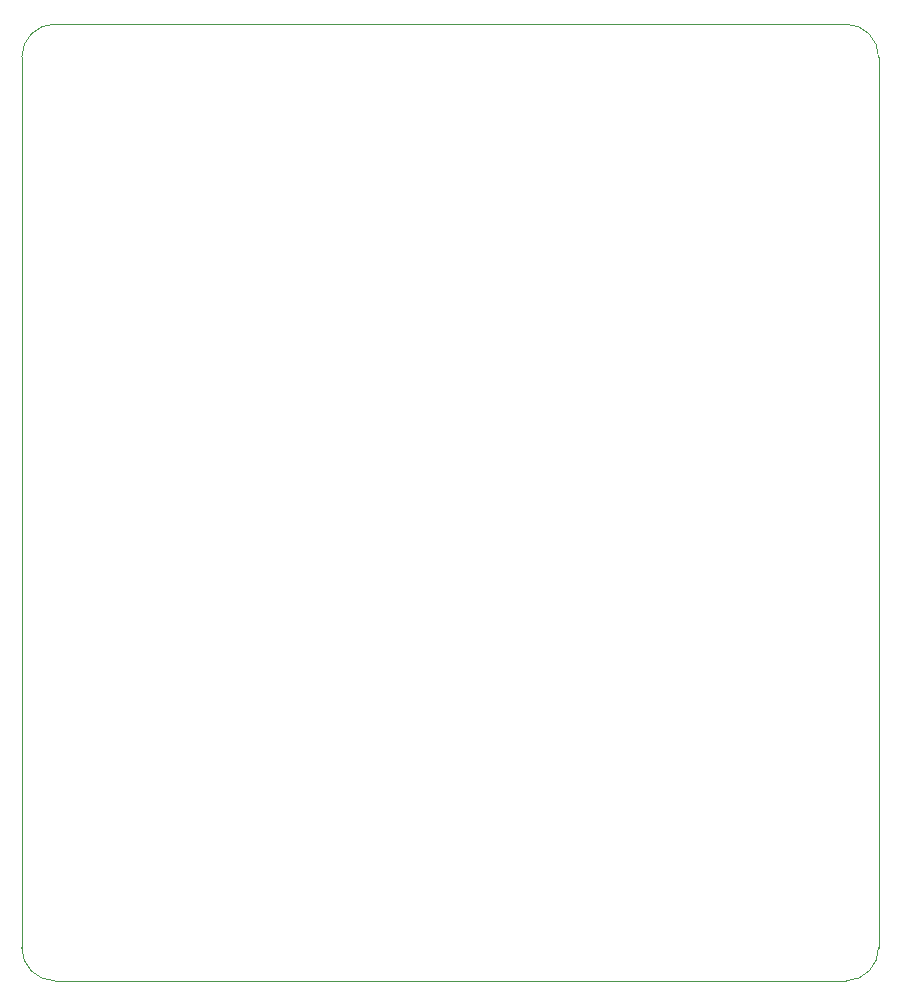
<source format=gbr>
%TF.GenerationSoftware,KiCad,Pcbnew,8.0.2*%
%TF.CreationDate,2024-09-15T20:03:39-05:00*%
%TF.ProjectId,fifty_pin_header_breakout,66696674-795f-4706-996e-5f6865616465,rev?*%
%TF.SameCoordinates,Original*%
%TF.FileFunction,Profile,NP*%
%FSLAX46Y46*%
G04 Gerber Fmt 4.6, Leading zero omitted, Abs format (unit mm)*
G04 Created by KiCad (PCBNEW 8.0.2) date 2024-09-15 20:03:39*
%MOMM*%
%LPD*%
G01*
G04 APERTURE LIST*
%TA.AperFunction,Profile*%
%ADD10C,0.050000*%
%TD*%
G04 APERTURE END LIST*
D10*
X90000000Y-42800000D02*
G75*
G02*
X92800000Y-40000000I2800000J0D01*
G01*
X92800000Y-40000000D02*
X159800000Y-40000000D01*
X92800000Y-121000000D02*
X159800000Y-121000000D01*
X162540000Y-118200000D02*
G75*
G02*
X159800000Y-121000000I-2770000J-30000D01*
G01*
X162540000Y-42800000D02*
X162540000Y-118200000D01*
X90000000Y-118200000D02*
X90000000Y-42800000D01*
X92800000Y-121000000D02*
G75*
G02*
X90000000Y-118200000I0J2800000D01*
G01*
X159800000Y-40000000D02*
G75*
G02*
X162540000Y-42800000I-30000J-2770000D01*
G01*
M02*

</source>
